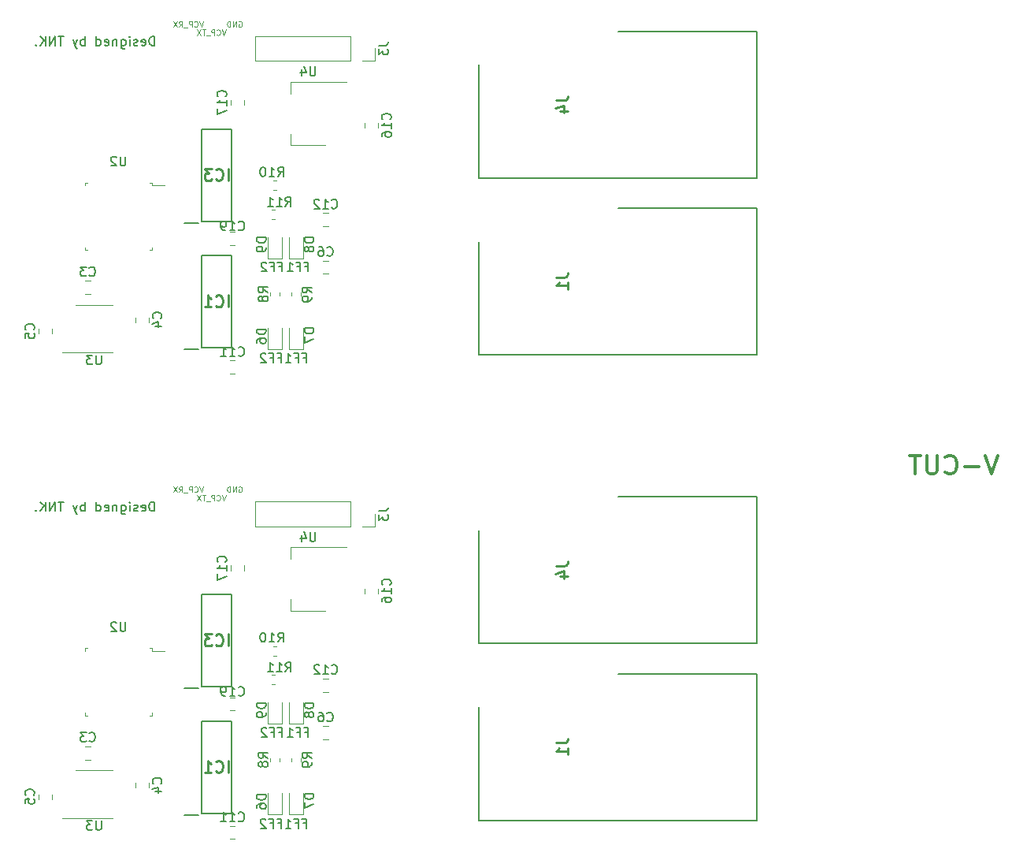
<source format=gbo>
G04 #@! TF.GenerationSoftware,KiCad,Pcbnew,(5.1.5)-3*
G04 #@! TF.CreationDate,2019-12-12T18:31:49+09:00*
G04 #@! TF.ProjectId,CAN_Dual_MDexpress,43414e5f-4475-4616-9c5f-4d4465787072,rev?*
G04 #@! TF.SameCoordinates,Original*
G04 #@! TF.FileFunction,Legend,Bot*
G04 #@! TF.FilePolarity,Positive*
%FSLAX46Y46*%
G04 Gerber Fmt 4.6, Leading zero omitted, Abs format (unit mm)*
G04 Created by KiCad (PCBNEW (5.1.5)-3) date 2019-12-12 18:31:49*
%MOMM*%
%LPD*%
G04 APERTURE LIST*
%ADD10C,0.100000*%
%ADD11C,0.150000*%
%ADD12C,0.300000*%
%ADD13C,0.120000*%
%ADD14C,0.200000*%
%ADD15C,0.254000*%
G04 APERTURE END LIST*
D10*
X134290485Y-42269828D02*
X134090485Y-42869828D01*
X133890485Y-42269828D01*
X133347628Y-42812685D02*
X133376200Y-42841257D01*
X133461914Y-42869828D01*
X133519057Y-42869828D01*
X133604771Y-42841257D01*
X133661914Y-42784114D01*
X133690485Y-42726971D01*
X133719057Y-42612685D01*
X133719057Y-42526971D01*
X133690485Y-42412685D01*
X133661914Y-42355542D01*
X133604771Y-42298400D01*
X133519057Y-42269828D01*
X133461914Y-42269828D01*
X133376200Y-42298400D01*
X133347628Y-42326971D01*
X133090485Y-42869828D02*
X133090485Y-42269828D01*
X132861914Y-42269828D01*
X132804771Y-42298400D01*
X132776200Y-42326971D01*
X132747628Y-42384114D01*
X132747628Y-42469828D01*
X132776200Y-42526971D01*
X132804771Y-42555542D01*
X132861914Y-42584114D01*
X133090485Y-42584114D01*
X132633342Y-42926971D02*
X132176200Y-42926971D01*
X131690485Y-42869828D02*
X131890485Y-42584114D01*
X132033342Y-42869828D02*
X132033342Y-42269828D01*
X131804771Y-42269828D01*
X131747628Y-42298400D01*
X131719057Y-42326971D01*
X131690485Y-42384114D01*
X131690485Y-42469828D01*
X131719057Y-42526971D01*
X131747628Y-42555542D01*
X131804771Y-42584114D01*
X132033342Y-42584114D01*
X131490485Y-42269828D02*
X131090485Y-42869828D01*
X131090485Y-42269828D02*
X131490485Y-42869828D01*
D11*
X142439904Y-68626571D02*
X142773238Y-68626571D01*
X142773238Y-69150380D02*
X142773238Y-68150380D01*
X142297047Y-68150380D01*
X141582761Y-68626571D02*
X141916095Y-68626571D01*
X141916095Y-69150380D02*
X141916095Y-68150380D01*
X141439904Y-68150380D01*
X141106571Y-68245619D02*
X141058952Y-68198000D01*
X140963714Y-68150380D01*
X140725619Y-68150380D01*
X140630380Y-68198000D01*
X140582761Y-68245619D01*
X140535142Y-68340857D01*
X140535142Y-68436095D01*
X140582761Y-68578952D01*
X141154190Y-69150380D01*
X140535142Y-69150380D01*
X142361904Y-78428571D02*
X142695238Y-78428571D01*
X142695238Y-78952380D02*
X142695238Y-77952380D01*
X142219047Y-77952380D01*
X141504761Y-78428571D02*
X141838095Y-78428571D01*
X141838095Y-78952380D02*
X141838095Y-77952380D01*
X141361904Y-77952380D01*
X141028571Y-78047619D02*
X140980952Y-78000000D01*
X140885714Y-77952380D01*
X140647619Y-77952380D01*
X140552380Y-78000000D01*
X140504761Y-78047619D01*
X140457142Y-78142857D01*
X140457142Y-78238095D01*
X140504761Y-78380952D01*
X141076190Y-78952380D01*
X140457142Y-78952380D01*
D10*
X138133342Y-42298400D02*
X138190485Y-42269828D01*
X138276200Y-42269828D01*
X138361914Y-42298400D01*
X138419057Y-42355542D01*
X138447628Y-42412685D01*
X138476200Y-42526971D01*
X138476200Y-42612685D01*
X138447628Y-42726971D01*
X138419057Y-42784114D01*
X138361914Y-42841257D01*
X138276200Y-42869828D01*
X138219057Y-42869828D01*
X138133342Y-42841257D01*
X138104771Y-42812685D01*
X138104771Y-42612685D01*
X138219057Y-42612685D01*
X137847628Y-42869828D02*
X137847628Y-42269828D01*
X137504771Y-42869828D01*
X137504771Y-42269828D01*
X137219057Y-42869828D02*
X137219057Y-42269828D01*
X137076200Y-42269828D01*
X136990485Y-42298400D01*
X136933342Y-42355542D01*
X136904771Y-42412685D01*
X136876200Y-42526971D01*
X136876200Y-42612685D01*
X136904771Y-42726971D01*
X136933342Y-42784114D01*
X136990485Y-42841257D01*
X137076200Y-42869828D01*
X137219057Y-42869828D01*
D11*
X145261904Y-68626571D02*
X145595238Y-68626571D01*
X145595238Y-69150380D02*
X145595238Y-68150380D01*
X145119047Y-68150380D01*
X144404761Y-68626571D02*
X144738095Y-68626571D01*
X144738095Y-69150380D02*
X144738095Y-68150380D01*
X144261904Y-68150380D01*
X143357142Y-69150380D02*
X143928571Y-69150380D01*
X143642857Y-69150380D02*
X143642857Y-68150380D01*
X143738095Y-68293238D01*
X143833333Y-68388476D01*
X143928571Y-68436095D01*
X129057142Y-44902380D02*
X129057142Y-43902380D01*
X128819047Y-43902380D01*
X128676190Y-43950000D01*
X128580952Y-44045238D01*
X128533333Y-44140476D01*
X128485714Y-44330952D01*
X128485714Y-44473809D01*
X128533333Y-44664285D01*
X128580952Y-44759523D01*
X128676190Y-44854761D01*
X128819047Y-44902380D01*
X129057142Y-44902380D01*
X127676190Y-44854761D02*
X127771428Y-44902380D01*
X127961904Y-44902380D01*
X128057142Y-44854761D01*
X128104761Y-44759523D01*
X128104761Y-44378571D01*
X128057142Y-44283333D01*
X127961904Y-44235714D01*
X127771428Y-44235714D01*
X127676190Y-44283333D01*
X127628571Y-44378571D01*
X127628571Y-44473809D01*
X128104761Y-44569047D01*
X127247619Y-44854761D02*
X127152380Y-44902380D01*
X126961904Y-44902380D01*
X126866666Y-44854761D01*
X126819047Y-44759523D01*
X126819047Y-44711904D01*
X126866666Y-44616666D01*
X126961904Y-44569047D01*
X127104761Y-44569047D01*
X127200000Y-44521428D01*
X127247619Y-44426190D01*
X127247619Y-44378571D01*
X127200000Y-44283333D01*
X127104761Y-44235714D01*
X126961904Y-44235714D01*
X126866666Y-44283333D01*
X126390476Y-44902380D02*
X126390476Y-44235714D01*
X126390476Y-43902380D02*
X126438095Y-43950000D01*
X126390476Y-43997619D01*
X126342857Y-43950000D01*
X126390476Y-43902380D01*
X126390476Y-43997619D01*
X125485714Y-44235714D02*
X125485714Y-45045238D01*
X125533333Y-45140476D01*
X125580952Y-45188095D01*
X125676190Y-45235714D01*
X125819047Y-45235714D01*
X125914285Y-45188095D01*
X125485714Y-44854761D02*
X125580952Y-44902380D01*
X125771428Y-44902380D01*
X125866666Y-44854761D01*
X125914285Y-44807142D01*
X125961904Y-44711904D01*
X125961904Y-44426190D01*
X125914285Y-44330952D01*
X125866666Y-44283333D01*
X125771428Y-44235714D01*
X125580952Y-44235714D01*
X125485714Y-44283333D01*
X125009523Y-44235714D02*
X125009523Y-44902380D01*
X125009523Y-44330952D02*
X124961904Y-44283333D01*
X124866666Y-44235714D01*
X124723809Y-44235714D01*
X124628571Y-44283333D01*
X124580952Y-44378571D01*
X124580952Y-44902380D01*
X123723809Y-44854761D02*
X123819047Y-44902380D01*
X124009523Y-44902380D01*
X124104761Y-44854761D01*
X124152380Y-44759523D01*
X124152380Y-44378571D01*
X124104761Y-44283333D01*
X124009523Y-44235714D01*
X123819047Y-44235714D01*
X123723809Y-44283333D01*
X123676190Y-44378571D01*
X123676190Y-44473809D01*
X124152380Y-44569047D01*
X122819047Y-44902380D02*
X122819047Y-43902380D01*
X122819047Y-44854761D02*
X122914285Y-44902380D01*
X123104761Y-44902380D01*
X123200000Y-44854761D01*
X123247619Y-44807142D01*
X123295238Y-44711904D01*
X123295238Y-44426190D01*
X123247619Y-44330952D01*
X123200000Y-44283333D01*
X123104761Y-44235714D01*
X122914285Y-44235714D01*
X122819047Y-44283333D01*
X121580952Y-44902380D02*
X121580952Y-43902380D01*
X121580952Y-44283333D02*
X121485714Y-44235714D01*
X121295238Y-44235714D01*
X121200000Y-44283333D01*
X121152380Y-44330952D01*
X121104761Y-44426190D01*
X121104761Y-44711904D01*
X121152380Y-44807142D01*
X121200000Y-44854761D01*
X121295238Y-44902380D01*
X121485714Y-44902380D01*
X121580952Y-44854761D01*
X120771428Y-44235714D02*
X120533333Y-44902380D01*
X120295238Y-44235714D02*
X120533333Y-44902380D01*
X120628571Y-45140476D01*
X120676190Y-45188095D01*
X120771428Y-45235714D01*
X119295238Y-43902380D02*
X118723809Y-43902380D01*
X119009523Y-44902380D02*
X119009523Y-43902380D01*
X118390476Y-44902380D02*
X118390476Y-43902380D01*
X117819047Y-44902380D01*
X117819047Y-43902380D01*
X117342857Y-44902380D02*
X117342857Y-43902380D01*
X116771428Y-44902380D02*
X117200000Y-44330952D01*
X116771428Y-43902380D02*
X117342857Y-44473809D01*
X116342857Y-44807142D02*
X116295238Y-44854761D01*
X116342857Y-44902380D01*
X116390476Y-44854761D01*
X116342857Y-44807142D01*
X116342857Y-44902380D01*
X145061904Y-78428571D02*
X145395238Y-78428571D01*
X145395238Y-78952380D02*
X145395238Y-77952380D01*
X144919047Y-77952380D01*
X144204761Y-78428571D02*
X144538095Y-78428571D01*
X144538095Y-78952380D02*
X144538095Y-77952380D01*
X144061904Y-77952380D01*
X143157142Y-78952380D02*
X143728571Y-78952380D01*
X143442857Y-78952380D02*
X143442857Y-77952380D01*
X143538095Y-78095238D01*
X143633333Y-78190476D01*
X143728571Y-78238095D01*
D10*
X136719057Y-43169828D02*
X136519057Y-43769828D01*
X136319057Y-43169828D01*
X135776200Y-43712685D02*
X135804771Y-43741257D01*
X135890485Y-43769828D01*
X135947628Y-43769828D01*
X136033342Y-43741257D01*
X136090485Y-43684114D01*
X136119057Y-43626971D01*
X136147628Y-43512685D01*
X136147628Y-43426971D01*
X136119057Y-43312685D01*
X136090485Y-43255542D01*
X136033342Y-43198400D01*
X135947628Y-43169828D01*
X135890485Y-43169828D01*
X135804771Y-43198400D01*
X135776200Y-43226971D01*
X135519057Y-43769828D02*
X135519057Y-43169828D01*
X135290485Y-43169828D01*
X135233342Y-43198400D01*
X135204771Y-43226971D01*
X135176200Y-43284114D01*
X135176200Y-43369828D01*
X135204771Y-43426971D01*
X135233342Y-43455542D01*
X135290485Y-43484114D01*
X135519057Y-43484114D01*
X135061914Y-43826971D02*
X134604771Y-43826971D01*
X134547628Y-43169828D02*
X134204771Y-43169828D01*
X134376200Y-43769828D02*
X134376200Y-43169828D01*
X134061914Y-43169828D02*
X133661914Y-43769828D01*
X133661914Y-43169828D02*
X134061914Y-43769828D01*
D12*
X219714285Y-88904761D02*
X219047619Y-90904761D01*
X218380952Y-88904761D01*
X217714285Y-90142857D02*
X216190476Y-90142857D01*
X214095238Y-90714285D02*
X214190476Y-90809523D01*
X214476190Y-90904761D01*
X214666666Y-90904761D01*
X214952380Y-90809523D01*
X215142857Y-90619047D01*
X215238095Y-90428571D01*
X215333333Y-90047619D01*
X215333333Y-89761904D01*
X215238095Y-89380952D01*
X215142857Y-89190476D01*
X214952380Y-89000000D01*
X214666666Y-88904761D01*
X214476190Y-88904761D01*
X214190476Y-89000000D01*
X214095238Y-89095238D01*
X213238095Y-88904761D02*
X213238095Y-90523809D01*
X213142857Y-90714285D01*
X213047619Y-90809523D01*
X212857142Y-90904761D01*
X212476190Y-90904761D01*
X212285714Y-90809523D01*
X212190476Y-90714285D01*
X212095238Y-90523809D01*
X212095238Y-88904761D01*
X211428571Y-88904761D02*
X210285714Y-88904761D01*
X210857142Y-90904761D02*
X210857142Y-88904761D01*
D11*
X129057142Y-94902380D02*
X129057142Y-93902380D01*
X128819047Y-93902380D01*
X128676190Y-93950000D01*
X128580952Y-94045238D01*
X128533333Y-94140476D01*
X128485714Y-94330952D01*
X128485714Y-94473809D01*
X128533333Y-94664285D01*
X128580952Y-94759523D01*
X128676190Y-94854761D01*
X128819047Y-94902380D01*
X129057142Y-94902380D01*
X127676190Y-94854761D02*
X127771428Y-94902380D01*
X127961904Y-94902380D01*
X128057142Y-94854761D01*
X128104761Y-94759523D01*
X128104761Y-94378571D01*
X128057142Y-94283333D01*
X127961904Y-94235714D01*
X127771428Y-94235714D01*
X127676190Y-94283333D01*
X127628571Y-94378571D01*
X127628571Y-94473809D01*
X128104761Y-94569047D01*
X127247619Y-94854761D02*
X127152380Y-94902380D01*
X126961904Y-94902380D01*
X126866666Y-94854761D01*
X126819047Y-94759523D01*
X126819047Y-94711904D01*
X126866666Y-94616666D01*
X126961904Y-94569047D01*
X127104761Y-94569047D01*
X127200000Y-94521428D01*
X127247619Y-94426190D01*
X127247619Y-94378571D01*
X127200000Y-94283333D01*
X127104761Y-94235714D01*
X126961904Y-94235714D01*
X126866666Y-94283333D01*
X126390476Y-94902380D02*
X126390476Y-94235714D01*
X126390476Y-93902380D02*
X126438095Y-93950000D01*
X126390476Y-93997619D01*
X126342857Y-93950000D01*
X126390476Y-93902380D01*
X126390476Y-93997619D01*
X125485714Y-94235714D02*
X125485714Y-95045238D01*
X125533333Y-95140476D01*
X125580952Y-95188095D01*
X125676190Y-95235714D01*
X125819047Y-95235714D01*
X125914285Y-95188095D01*
X125485714Y-94854761D02*
X125580952Y-94902380D01*
X125771428Y-94902380D01*
X125866666Y-94854761D01*
X125914285Y-94807142D01*
X125961904Y-94711904D01*
X125961904Y-94426190D01*
X125914285Y-94330952D01*
X125866666Y-94283333D01*
X125771428Y-94235714D01*
X125580952Y-94235714D01*
X125485714Y-94283333D01*
X125009523Y-94235714D02*
X125009523Y-94902380D01*
X125009523Y-94330952D02*
X124961904Y-94283333D01*
X124866666Y-94235714D01*
X124723809Y-94235714D01*
X124628571Y-94283333D01*
X124580952Y-94378571D01*
X124580952Y-94902380D01*
X123723809Y-94854761D02*
X123819047Y-94902380D01*
X124009523Y-94902380D01*
X124104761Y-94854761D01*
X124152380Y-94759523D01*
X124152380Y-94378571D01*
X124104761Y-94283333D01*
X124009523Y-94235714D01*
X123819047Y-94235714D01*
X123723809Y-94283333D01*
X123676190Y-94378571D01*
X123676190Y-94473809D01*
X124152380Y-94569047D01*
X122819047Y-94902380D02*
X122819047Y-93902380D01*
X122819047Y-94854761D02*
X122914285Y-94902380D01*
X123104761Y-94902380D01*
X123200000Y-94854761D01*
X123247619Y-94807142D01*
X123295238Y-94711904D01*
X123295238Y-94426190D01*
X123247619Y-94330952D01*
X123200000Y-94283333D01*
X123104761Y-94235714D01*
X122914285Y-94235714D01*
X122819047Y-94283333D01*
X121580952Y-94902380D02*
X121580952Y-93902380D01*
X121580952Y-94283333D02*
X121485714Y-94235714D01*
X121295238Y-94235714D01*
X121200000Y-94283333D01*
X121152380Y-94330952D01*
X121104761Y-94426190D01*
X121104761Y-94711904D01*
X121152380Y-94807142D01*
X121200000Y-94854761D01*
X121295238Y-94902380D01*
X121485714Y-94902380D01*
X121580952Y-94854761D01*
X120771428Y-94235714D02*
X120533333Y-94902380D01*
X120295238Y-94235714D02*
X120533333Y-94902380D01*
X120628571Y-95140476D01*
X120676190Y-95188095D01*
X120771428Y-95235714D01*
X119295238Y-93902380D02*
X118723809Y-93902380D01*
X119009523Y-94902380D02*
X119009523Y-93902380D01*
X118390476Y-94902380D02*
X118390476Y-93902380D01*
X117819047Y-94902380D01*
X117819047Y-93902380D01*
X117342857Y-94902380D02*
X117342857Y-93902380D01*
X116771428Y-94902380D02*
X117200000Y-94330952D01*
X116771428Y-93902380D02*
X117342857Y-94473809D01*
X116342857Y-94807142D02*
X116295238Y-94854761D01*
X116342857Y-94902380D01*
X116390476Y-94854761D01*
X116342857Y-94807142D01*
X116342857Y-94902380D01*
D10*
X138133342Y-92298400D02*
X138190485Y-92269828D01*
X138276200Y-92269828D01*
X138361914Y-92298400D01*
X138419057Y-92355542D01*
X138447628Y-92412685D01*
X138476200Y-92526971D01*
X138476200Y-92612685D01*
X138447628Y-92726971D01*
X138419057Y-92784114D01*
X138361914Y-92841257D01*
X138276200Y-92869828D01*
X138219057Y-92869828D01*
X138133342Y-92841257D01*
X138104771Y-92812685D01*
X138104771Y-92612685D01*
X138219057Y-92612685D01*
X137847628Y-92869828D02*
X137847628Y-92269828D01*
X137504771Y-92869828D01*
X137504771Y-92269828D01*
X137219057Y-92869828D02*
X137219057Y-92269828D01*
X137076200Y-92269828D01*
X136990485Y-92298400D01*
X136933342Y-92355542D01*
X136904771Y-92412685D01*
X136876200Y-92526971D01*
X136876200Y-92612685D01*
X136904771Y-92726971D01*
X136933342Y-92784114D01*
X136990485Y-92841257D01*
X137076200Y-92869828D01*
X137219057Y-92869828D01*
X134290485Y-92269828D02*
X134090485Y-92869828D01*
X133890485Y-92269828D01*
X133347628Y-92812685D02*
X133376200Y-92841257D01*
X133461914Y-92869828D01*
X133519057Y-92869828D01*
X133604771Y-92841257D01*
X133661914Y-92784114D01*
X133690485Y-92726971D01*
X133719057Y-92612685D01*
X133719057Y-92526971D01*
X133690485Y-92412685D01*
X133661914Y-92355542D01*
X133604771Y-92298400D01*
X133519057Y-92269828D01*
X133461914Y-92269828D01*
X133376200Y-92298400D01*
X133347628Y-92326971D01*
X133090485Y-92869828D02*
X133090485Y-92269828D01*
X132861914Y-92269828D01*
X132804771Y-92298400D01*
X132776200Y-92326971D01*
X132747628Y-92384114D01*
X132747628Y-92469828D01*
X132776200Y-92526971D01*
X132804771Y-92555542D01*
X132861914Y-92584114D01*
X133090485Y-92584114D01*
X132633342Y-92926971D02*
X132176200Y-92926971D01*
X131690485Y-92869828D02*
X131890485Y-92584114D01*
X132033342Y-92869828D02*
X132033342Y-92269828D01*
X131804771Y-92269828D01*
X131747628Y-92298400D01*
X131719057Y-92326971D01*
X131690485Y-92384114D01*
X131690485Y-92469828D01*
X131719057Y-92526971D01*
X131747628Y-92555542D01*
X131804771Y-92584114D01*
X132033342Y-92584114D01*
X131490485Y-92269828D02*
X131090485Y-92869828D01*
X131090485Y-92269828D02*
X131490485Y-92869828D01*
X136719057Y-93169828D02*
X136519057Y-93769828D01*
X136319057Y-93169828D01*
X135776200Y-93712685D02*
X135804771Y-93741257D01*
X135890485Y-93769828D01*
X135947628Y-93769828D01*
X136033342Y-93741257D01*
X136090485Y-93684114D01*
X136119057Y-93626971D01*
X136147628Y-93512685D01*
X136147628Y-93426971D01*
X136119057Y-93312685D01*
X136090485Y-93255542D01*
X136033342Y-93198400D01*
X135947628Y-93169828D01*
X135890485Y-93169828D01*
X135804771Y-93198400D01*
X135776200Y-93226971D01*
X135519057Y-93769828D02*
X135519057Y-93169828D01*
X135290485Y-93169828D01*
X135233342Y-93198400D01*
X135204771Y-93226971D01*
X135176200Y-93284114D01*
X135176200Y-93369828D01*
X135204771Y-93426971D01*
X135233342Y-93455542D01*
X135290485Y-93484114D01*
X135519057Y-93484114D01*
X135061914Y-93826971D02*
X134604771Y-93826971D01*
X134547628Y-93169828D02*
X134204771Y-93169828D01*
X134376200Y-93769828D02*
X134376200Y-93169828D01*
X134061914Y-93169828D02*
X133661914Y-93769828D01*
X133661914Y-93169828D02*
X134061914Y-93769828D01*
D11*
X145261904Y-118626571D02*
X145595238Y-118626571D01*
X145595238Y-119150380D02*
X145595238Y-118150380D01*
X145119047Y-118150380D01*
X144404761Y-118626571D02*
X144738095Y-118626571D01*
X144738095Y-119150380D02*
X144738095Y-118150380D01*
X144261904Y-118150380D01*
X143357142Y-119150380D02*
X143928571Y-119150380D01*
X143642857Y-119150380D02*
X143642857Y-118150380D01*
X143738095Y-118293238D01*
X143833333Y-118388476D01*
X143928571Y-118436095D01*
X142439904Y-118626571D02*
X142773238Y-118626571D01*
X142773238Y-119150380D02*
X142773238Y-118150380D01*
X142297047Y-118150380D01*
X141582761Y-118626571D02*
X141916095Y-118626571D01*
X141916095Y-119150380D02*
X141916095Y-118150380D01*
X141439904Y-118150380D01*
X141106571Y-118245619D02*
X141058952Y-118198000D01*
X140963714Y-118150380D01*
X140725619Y-118150380D01*
X140630380Y-118198000D01*
X140582761Y-118245619D01*
X140535142Y-118340857D01*
X140535142Y-118436095D01*
X140582761Y-118578952D01*
X141154190Y-119150380D01*
X140535142Y-119150380D01*
X142361904Y-128428571D02*
X142695238Y-128428571D01*
X142695238Y-128952380D02*
X142695238Y-127952380D01*
X142219047Y-127952380D01*
X141504761Y-128428571D02*
X141838095Y-128428571D01*
X141838095Y-128952380D02*
X141838095Y-127952380D01*
X141361904Y-127952380D01*
X141028571Y-128047619D02*
X140980952Y-128000000D01*
X140885714Y-127952380D01*
X140647619Y-127952380D01*
X140552380Y-128000000D01*
X140504761Y-128047619D01*
X140457142Y-128142857D01*
X140457142Y-128238095D01*
X140504761Y-128380952D01*
X141076190Y-128952380D01*
X140457142Y-128952380D01*
X145061904Y-128428571D02*
X145395238Y-128428571D01*
X145395238Y-128952380D02*
X145395238Y-127952380D01*
X144919047Y-127952380D01*
X144204761Y-128428571D02*
X144538095Y-128428571D01*
X144538095Y-128952380D02*
X144538095Y-127952380D01*
X144061904Y-127952380D01*
X143157142Y-128952380D02*
X143728571Y-128952380D01*
X143442857Y-128952380D02*
X143442857Y-127952380D01*
X143538095Y-128095238D01*
X143633333Y-128190476D01*
X143728571Y-128238095D01*
D13*
X128448000Y-74596078D02*
X128448000Y-74078922D01*
X127028000Y-74596078D02*
X127028000Y-74078922D01*
X147721078Y-69410000D02*
X147203922Y-69410000D01*
X147721078Y-67990000D02*
X147203922Y-67990000D01*
X147721078Y-64310000D02*
X147203922Y-64310000D01*
X147721078Y-62890000D02*
X147203922Y-62890000D01*
X122154578Y-71576000D02*
X121637422Y-71576000D01*
X122154578Y-70156000D02*
X121637422Y-70156000D01*
X137203922Y-78690000D02*
X137721078Y-78690000D01*
X137203922Y-80110000D02*
X137721078Y-80110000D01*
D14*
X132289000Y-77510000D02*
X133789000Y-77510000D01*
X134139000Y-67440000D02*
X134139000Y-77340000D01*
X137339000Y-67440000D02*
X134139000Y-67440000D01*
X137339000Y-77340000D02*
X137339000Y-67440000D01*
X134139000Y-77340000D02*
X137339000Y-77340000D01*
D13*
X141824721Y-60410000D02*
X142150279Y-60410000D01*
X141824721Y-59390000D02*
X142150279Y-59390000D01*
X137721078Y-66310000D02*
X137203922Y-66310000D01*
X137721078Y-64890000D02*
X137203922Y-64890000D01*
D14*
X132289000Y-63921000D02*
X133789000Y-63921000D01*
X134139000Y-53851000D02*
X134139000Y-63751000D01*
X137339000Y-53851000D02*
X134139000Y-53851000D01*
X137339000Y-63751000D02*
X137339000Y-53851000D01*
X134139000Y-63751000D02*
X137339000Y-63751000D01*
D13*
X118010000Y-75821078D02*
X118010000Y-75303922D01*
X116590000Y-75821078D02*
X116590000Y-75303922D01*
X141649721Y-63510000D02*
X141975279Y-63510000D01*
X141649721Y-62490000D02*
X141975279Y-62490000D01*
X141490000Y-71424721D02*
X141490000Y-71750279D01*
X142510000Y-71424721D02*
X142510000Y-71750279D01*
X121888000Y-66856000D02*
X121588000Y-66856000D01*
X121588000Y-66856000D02*
X121588000Y-66556000D01*
X128508000Y-66856000D02*
X128808000Y-66856000D01*
X128808000Y-66856000D02*
X128808000Y-66556000D01*
X121888000Y-59636000D02*
X121588000Y-59636000D01*
X121588000Y-59636000D02*
X121588000Y-59936000D01*
X128508000Y-59636000D02*
X128808000Y-59636000D01*
X128808000Y-59636000D02*
X128808000Y-59936000D01*
X128808000Y-59936000D02*
X130123000Y-59936000D01*
X143790000Y-71437221D02*
X143790000Y-71762779D01*
X144810000Y-71437221D02*
X144810000Y-71762779D01*
X122575000Y-72740000D02*
X124525000Y-72740000D01*
X122575000Y-72740000D02*
X120625000Y-72740000D01*
X122575000Y-77860000D02*
X124525000Y-77860000D01*
X122575000Y-77860000D02*
X119125000Y-77860000D01*
X142735000Y-75187500D02*
X142735000Y-77472500D01*
X142735000Y-77472500D02*
X141265000Y-77472500D01*
X141265000Y-77472500D02*
X141265000Y-75187500D01*
X145035000Y-65450000D02*
X145035000Y-67735000D01*
X145035000Y-67735000D02*
X143565000Y-67735000D01*
X143565000Y-67735000D02*
X143565000Y-65450000D01*
X145035000Y-75187500D02*
X145035000Y-77472500D01*
X145035000Y-77472500D02*
X143565000Y-77472500D01*
X143565000Y-77472500D02*
X143565000Y-75187500D01*
D14*
X163900000Y-46950000D02*
X163900000Y-59103000D01*
X163900000Y-59103000D02*
X193864000Y-59100000D01*
X193864000Y-59100000D02*
X193850000Y-43350000D01*
X193860000Y-43350000D02*
X178900000Y-43368000D01*
D13*
X142735000Y-65450000D02*
X142735000Y-67735000D01*
X142735000Y-67735000D02*
X141265000Y-67735000D01*
X141265000Y-67735000D02*
X141265000Y-65450000D01*
D14*
X163900000Y-65950000D02*
X163900000Y-78103000D01*
X163900000Y-78103000D02*
X193864000Y-78100000D01*
X193864000Y-78100000D02*
X193850000Y-62350000D01*
X193860000Y-62350000D02*
X178900000Y-62368000D01*
D13*
X139920800Y-46530000D02*
X139920800Y-43870000D01*
X150140800Y-46530000D02*
X139920800Y-46530000D01*
X150140800Y-43870000D02*
X139920800Y-43870000D01*
X150140800Y-46530000D02*
X150140800Y-43870000D01*
X151410800Y-46530000D02*
X152740800Y-46530000D01*
X152740800Y-46530000D02*
X152740800Y-45200000D01*
X149700000Y-48790000D02*
X143690000Y-48790000D01*
X147450000Y-55610000D02*
X143690000Y-55610000D01*
X143690000Y-48790000D02*
X143690000Y-50050000D01*
X143690000Y-55610000D02*
X143690000Y-54350000D01*
X153110000Y-53721078D02*
X153110000Y-53203922D01*
X151690000Y-53721078D02*
X151690000Y-53203922D01*
X137290000Y-50741422D02*
X137290000Y-51258578D01*
X138710000Y-50741422D02*
X138710000Y-51258578D01*
X143690000Y-105610000D02*
X143690000Y-104350000D01*
X143690000Y-98790000D02*
X143690000Y-100050000D01*
X147450000Y-105610000D02*
X143690000Y-105610000D01*
X149700000Y-98790000D02*
X143690000Y-98790000D01*
X138710000Y-100741422D02*
X138710000Y-101258578D01*
X137290000Y-100741422D02*
X137290000Y-101258578D01*
X151690000Y-103721078D02*
X151690000Y-103203922D01*
X153110000Y-103721078D02*
X153110000Y-103203922D01*
X152740800Y-96530000D02*
X152740800Y-95200000D01*
X151410800Y-96530000D02*
X152740800Y-96530000D01*
X150140800Y-96530000D02*
X150140800Y-93870000D01*
X150140800Y-93870000D02*
X139920800Y-93870000D01*
X150140800Y-96530000D02*
X139920800Y-96530000D01*
X139920800Y-96530000D02*
X139920800Y-93870000D01*
D14*
X193860000Y-93350000D02*
X178900000Y-93368000D01*
X193864000Y-109100000D02*
X193850000Y-93350000D01*
X163900000Y-109103000D02*
X193864000Y-109100000D01*
X163900000Y-96950000D02*
X163900000Y-109103000D01*
X193860000Y-112350000D02*
X178900000Y-112368000D01*
X193864000Y-128100000D02*
X193850000Y-112350000D01*
X163900000Y-128103000D02*
X193864000Y-128100000D01*
X163900000Y-115950000D02*
X163900000Y-128103000D01*
D13*
X143565000Y-127472500D02*
X143565000Y-125187500D01*
X145035000Y-127472500D02*
X143565000Y-127472500D01*
X145035000Y-125187500D02*
X145035000Y-127472500D01*
X141265000Y-127472500D02*
X141265000Y-125187500D01*
X142735000Y-127472500D02*
X141265000Y-127472500D01*
X142735000Y-125187500D02*
X142735000Y-127472500D01*
X141265000Y-117735000D02*
X141265000Y-115450000D01*
X142735000Y-117735000D02*
X141265000Y-117735000D01*
X142735000Y-115450000D02*
X142735000Y-117735000D01*
X143565000Y-117735000D02*
X143565000Y-115450000D01*
X145035000Y-117735000D02*
X143565000Y-117735000D01*
X145035000Y-115450000D02*
X145035000Y-117735000D01*
X141649721Y-112490000D02*
X141975279Y-112490000D01*
X141649721Y-113510000D02*
X141975279Y-113510000D01*
X141824721Y-109390000D02*
X142150279Y-109390000D01*
X141824721Y-110410000D02*
X142150279Y-110410000D01*
X144810000Y-121437221D02*
X144810000Y-121762779D01*
X143790000Y-121437221D02*
X143790000Y-121762779D01*
X142510000Y-121424721D02*
X142510000Y-121750279D01*
X141490000Y-121424721D02*
X141490000Y-121750279D01*
X116590000Y-125821078D02*
X116590000Y-125303922D01*
X118010000Y-125821078D02*
X118010000Y-125303922D01*
X122575000Y-127860000D02*
X119125000Y-127860000D01*
X122575000Y-127860000D02*
X124525000Y-127860000D01*
X122575000Y-122740000D02*
X120625000Y-122740000D01*
X122575000Y-122740000D02*
X124525000Y-122740000D01*
X128808000Y-109936000D02*
X130123000Y-109936000D01*
X128808000Y-109636000D02*
X128808000Y-109936000D01*
X128508000Y-109636000D02*
X128808000Y-109636000D01*
X121588000Y-109636000D02*
X121588000Y-109936000D01*
X121888000Y-109636000D02*
X121588000Y-109636000D01*
X128808000Y-116856000D02*
X128808000Y-116556000D01*
X128508000Y-116856000D02*
X128808000Y-116856000D01*
X121588000Y-116856000D02*
X121588000Y-116556000D01*
X121888000Y-116856000D02*
X121588000Y-116856000D01*
D14*
X134139000Y-113751000D02*
X137339000Y-113751000D01*
X137339000Y-113751000D02*
X137339000Y-103851000D01*
X137339000Y-103851000D02*
X134139000Y-103851000D01*
X134139000Y-103851000D02*
X134139000Y-113751000D01*
X132289000Y-113921000D02*
X133789000Y-113921000D01*
X134139000Y-127340000D02*
X137339000Y-127340000D01*
X137339000Y-127340000D02*
X137339000Y-117440000D01*
X137339000Y-117440000D02*
X134139000Y-117440000D01*
X134139000Y-117440000D02*
X134139000Y-127340000D01*
X132289000Y-127510000D02*
X133789000Y-127510000D01*
D13*
X137721078Y-114890000D02*
X137203922Y-114890000D01*
X137721078Y-116310000D02*
X137203922Y-116310000D01*
X137203922Y-130110000D02*
X137721078Y-130110000D01*
X137203922Y-128690000D02*
X137721078Y-128690000D01*
X147721078Y-112890000D02*
X147203922Y-112890000D01*
X147721078Y-114310000D02*
X147203922Y-114310000D01*
X147721078Y-117990000D02*
X147203922Y-117990000D01*
X147721078Y-119410000D02*
X147203922Y-119410000D01*
X127028000Y-124596078D02*
X127028000Y-124078922D01*
X128448000Y-124596078D02*
X128448000Y-124078922D01*
X122154578Y-120156000D02*
X121637422Y-120156000D01*
X122154578Y-121576000D02*
X121637422Y-121576000D01*
D11*
X129745142Y-74170833D02*
X129792761Y-74123214D01*
X129840380Y-73980357D01*
X129840380Y-73885119D01*
X129792761Y-73742261D01*
X129697523Y-73647023D01*
X129602285Y-73599404D01*
X129411809Y-73551785D01*
X129268952Y-73551785D01*
X129078476Y-73599404D01*
X128983238Y-73647023D01*
X128888000Y-73742261D01*
X128840380Y-73885119D01*
X128840380Y-73980357D01*
X128888000Y-74123214D01*
X128935619Y-74170833D01*
X129173714Y-75027976D02*
X129840380Y-75027976D01*
X128792761Y-74789880D02*
X129507047Y-74551785D01*
X129507047Y-75170833D01*
X147629166Y-67407142D02*
X147676785Y-67454761D01*
X147819642Y-67502380D01*
X147914880Y-67502380D01*
X148057738Y-67454761D01*
X148152976Y-67359523D01*
X148200595Y-67264285D01*
X148248214Y-67073809D01*
X148248214Y-66930952D01*
X148200595Y-66740476D01*
X148152976Y-66645238D01*
X148057738Y-66550000D01*
X147914880Y-66502380D01*
X147819642Y-66502380D01*
X147676785Y-66550000D01*
X147629166Y-66597619D01*
X146772023Y-66502380D02*
X146962500Y-66502380D01*
X147057738Y-66550000D01*
X147105357Y-66597619D01*
X147200595Y-66740476D01*
X147248214Y-66930952D01*
X147248214Y-67311904D01*
X147200595Y-67407142D01*
X147152976Y-67454761D01*
X147057738Y-67502380D01*
X146867261Y-67502380D01*
X146772023Y-67454761D01*
X146724404Y-67407142D01*
X146676785Y-67311904D01*
X146676785Y-67073809D01*
X146724404Y-66978571D01*
X146772023Y-66930952D01*
X146867261Y-66883333D01*
X147057738Y-66883333D01*
X147152976Y-66930952D01*
X147200595Y-66978571D01*
X147248214Y-67073809D01*
X148105357Y-62307142D02*
X148152976Y-62354761D01*
X148295833Y-62402380D01*
X148391071Y-62402380D01*
X148533928Y-62354761D01*
X148629166Y-62259523D01*
X148676785Y-62164285D01*
X148724404Y-61973809D01*
X148724404Y-61830952D01*
X148676785Y-61640476D01*
X148629166Y-61545238D01*
X148533928Y-61450000D01*
X148391071Y-61402380D01*
X148295833Y-61402380D01*
X148152976Y-61450000D01*
X148105357Y-61497619D01*
X147152976Y-62402380D02*
X147724404Y-62402380D01*
X147438690Y-62402380D02*
X147438690Y-61402380D01*
X147533928Y-61545238D01*
X147629166Y-61640476D01*
X147724404Y-61688095D01*
X146772023Y-61497619D02*
X146724404Y-61450000D01*
X146629166Y-61402380D01*
X146391071Y-61402380D01*
X146295833Y-61450000D01*
X146248214Y-61497619D01*
X146200595Y-61592857D01*
X146200595Y-61688095D01*
X146248214Y-61830952D01*
X146819642Y-62402380D01*
X146200595Y-62402380D01*
X122062666Y-69573142D02*
X122110285Y-69620761D01*
X122253142Y-69668380D01*
X122348380Y-69668380D01*
X122491238Y-69620761D01*
X122586476Y-69525523D01*
X122634095Y-69430285D01*
X122681714Y-69239809D01*
X122681714Y-69096952D01*
X122634095Y-68906476D01*
X122586476Y-68811238D01*
X122491238Y-68716000D01*
X122348380Y-68668380D01*
X122253142Y-68668380D01*
X122110285Y-68716000D01*
X122062666Y-68763619D01*
X121729333Y-68668380D02*
X121110285Y-68668380D01*
X121443619Y-69049333D01*
X121300761Y-69049333D01*
X121205523Y-69096952D01*
X121157904Y-69144571D01*
X121110285Y-69239809D01*
X121110285Y-69477904D01*
X121157904Y-69573142D01*
X121205523Y-69620761D01*
X121300761Y-69668380D01*
X121586476Y-69668380D01*
X121681714Y-69620761D01*
X121729333Y-69573142D01*
X138105357Y-78151142D02*
X138152976Y-78198761D01*
X138295833Y-78246380D01*
X138391071Y-78246380D01*
X138533928Y-78198761D01*
X138629166Y-78103523D01*
X138676785Y-78008285D01*
X138724404Y-77817809D01*
X138724404Y-77674952D01*
X138676785Y-77484476D01*
X138629166Y-77389238D01*
X138533928Y-77294000D01*
X138391071Y-77246380D01*
X138295833Y-77246380D01*
X138152976Y-77294000D01*
X138105357Y-77341619D01*
X137152976Y-78246380D02*
X137724404Y-78246380D01*
X137438690Y-78246380D02*
X137438690Y-77246380D01*
X137533928Y-77389238D01*
X137629166Y-77484476D01*
X137724404Y-77532095D01*
X136200595Y-78246380D02*
X136772023Y-78246380D01*
X136486309Y-78246380D02*
X136486309Y-77246380D01*
X136581547Y-77389238D01*
X136676785Y-77484476D01*
X136772023Y-77532095D01*
D15*
X136978761Y-72964523D02*
X136978761Y-71694523D01*
X135648285Y-72843571D02*
X135708761Y-72904047D01*
X135890190Y-72964523D01*
X136011142Y-72964523D01*
X136192571Y-72904047D01*
X136313523Y-72783095D01*
X136374000Y-72662142D01*
X136434476Y-72420238D01*
X136434476Y-72238809D01*
X136374000Y-71996904D01*
X136313523Y-71875952D01*
X136192571Y-71755000D01*
X136011142Y-71694523D01*
X135890190Y-71694523D01*
X135708761Y-71755000D01*
X135648285Y-71815476D01*
X134438761Y-72964523D02*
X135164476Y-72964523D01*
X134801619Y-72964523D02*
X134801619Y-71694523D01*
X134922571Y-71875952D01*
X135043523Y-71996904D01*
X135164476Y-72057380D01*
D11*
X142342857Y-58952380D02*
X142676190Y-58476190D01*
X142914285Y-58952380D02*
X142914285Y-57952380D01*
X142533333Y-57952380D01*
X142438095Y-58000000D01*
X142390476Y-58047619D01*
X142342857Y-58142857D01*
X142342857Y-58285714D01*
X142390476Y-58380952D01*
X142438095Y-58428571D01*
X142533333Y-58476190D01*
X142914285Y-58476190D01*
X141390476Y-58952380D02*
X141961904Y-58952380D01*
X141676190Y-58952380D02*
X141676190Y-57952380D01*
X141771428Y-58095238D01*
X141866666Y-58190476D01*
X141961904Y-58238095D01*
X140771428Y-57952380D02*
X140676190Y-57952380D01*
X140580952Y-58000000D01*
X140533333Y-58047619D01*
X140485714Y-58142857D01*
X140438095Y-58333333D01*
X140438095Y-58571428D01*
X140485714Y-58761904D01*
X140533333Y-58857142D01*
X140580952Y-58904761D01*
X140676190Y-58952380D01*
X140771428Y-58952380D01*
X140866666Y-58904761D01*
X140914285Y-58857142D01*
X140961904Y-58761904D01*
X141009523Y-58571428D01*
X141009523Y-58333333D01*
X140961904Y-58142857D01*
X140914285Y-58047619D01*
X140866666Y-58000000D01*
X140771428Y-57952380D01*
X138105357Y-64657142D02*
X138152976Y-64704761D01*
X138295833Y-64752380D01*
X138391071Y-64752380D01*
X138533928Y-64704761D01*
X138629166Y-64609523D01*
X138676785Y-64514285D01*
X138724404Y-64323809D01*
X138724404Y-64180952D01*
X138676785Y-63990476D01*
X138629166Y-63895238D01*
X138533928Y-63800000D01*
X138391071Y-63752380D01*
X138295833Y-63752380D01*
X138152976Y-63800000D01*
X138105357Y-63847619D01*
X137152976Y-64752380D02*
X137724404Y-64752380D01*
X137438690Y-64752380D02*
X137438690Y-63752380D01*
X137533928Y-63895238D01*
X137629166Y-63990476D01*
X137724404Y-64038095D01*
X136676785Y-64752380D02*
X136486309Y-64752380D01*
X136391071Y-64704761D01*
X136343452Y-64657142D01*
X136248214Y-64514285D01*
X136200595Y-64323809D01*
X136200595Y-63942857D01*
X136248214Y-63847619D01*
X136295833Y-63800000D01*
X136391071Y-63752380D01*
X136581547Y-63752380D01*
X136676785Y-63800000D01*
X136724404Y-63847619D01*
X136772023Y-63942857D01*
X136772023Y-64180952D01*
X136724404Y-64276190D01*
X136676785Y-64323809D01*
X136581547Y-64371428D01*
X136391071Y-64371428D01*
X136295833Y-64323809D01*
X136248214Y-64276190D01*
X136200595Y-64180952D01*
D15*
X136978761Y-59375523D02*
X136978761Y-58105523D01*
X135648285Y-59254571D02*
X135708761Y-59315047D01*
X135890190Y-59375523D01*
X136011142Y-59375523D01*
X136192571Y-59315047D01*
X136313523Y-59194095D01*
X136374000Y-59073142D01*
X136434476Y-58831238D01*
X136434476Y-58649809D01*
X136374000Y-58407904D01*
X136313523Y-58286952D01*
X136192571Y-58166000D01*
X136011142Y-58105523D01*
X135890190Y-58105523D01*
X135708761Y-58166000D01*
X135648285Y-58226476D01*
X135224952Y-58105523D02*
X134438761Y-58105523D01*
X134862095Y-58589333D01*
X134680666Y-58589333D01*
X134559714Y-58649809D01*
X134499238Y-58710285D01*
X134438761Y-58831238D01*
X134438761Y-59133619D01*
X134499238Y-59254571D01*
X134559714Y-59315047D01*
X134680666Y-59375523D01*
X135043523Y-59375523D01*
X135164476Y-59315047D01*
X135224952Y-59254571D01*
D11*
X116057142Y-75395833D02*
X116104761Y-75348214D01*
X116152380Y-75205357D01*
X116152380Y-75110119D01*
X116104761Y-74967261D01*
X116009523Y-74872023D01*
X115914285Y-74824404D01*
X115723809Y-74776785D01*
X115580952Y-74776785D01*
X115390476Y-74824404D01*
X115295238Y-74872023D01*
X115200000Y-74967261D01*
X115152380Y-75110119D01*
X115152380Y-75205357D01*
X115200000Y-75348214D01*
X115247619Y-75395833D01*
X115152380Y-76300595D02*
X115152380Y-75824404D01*
X115628571Y-75776785D01*
X115580952Y-75824404D01*
X115533333Y-75919642D01*
X115533333Y-76157738D01*
X115580952Y-76252976D01*
X115628571Y-76300595D01*
X115723809Y-76348214D01*
X115961904Y-76348214D01*
X116057142Y-76300595D01*
X116104761Y-76252976D01*
X116152380Y-76157738D01*
X116152380Y-75919642D01*
X116104761Y-75824404D01*
X116057142Y-75776785D01*
X143142857Y-62152380D02*
X143476190Y-61676190D01*
X143714285Y-62152380D02*
X143714285Y-61152380D01*
X143333333Y-61152380D01*
X143238095Y-61200000D01*
X143190476Y-61247619D01*
X143142857Y-61342857D01*
X143142857Y-61485714D01*
X143190476Y-61580952D01*
X143238095Y-61628571D01*
X143333333Y-61676190D01*
X143714285Y-61676190D01*
X142190476Y-62152380D02*
X142761904Y-62152380D01*
X142476190Y-62152380D02*
X142476190Y-61152380D01*
X142571428Y-61295238D01*
X142666666Y-61390476D01*
X142761904Y-61438095D01*
X141238095Y-62152380D02*
X141809523Y-62152380D01*
X141523809Y-62152380D02*
X141523809Y-61152380D01*
X141619047Y-61295238D01*
X141714285Y-61390476D01*
X141809523Y-61438095D01*
X141252380Y-71420833D02*
X140776190Y-71087500D01*
X141252380Y-70849404D02*
X140252380Y-70849404D01*
X140252380Y-71230357D01*
X140300000Y-71325595D01*
X140347619Y-71373214D01*
X140442857Y-71420833D01*
X140585714Y-71420833D01*
X140680952Y-71373214D01*
X140728571Y-71325595D01*
X140776190Y-71230357D01*
X140776190Y-70849404D01*
X140680952Y-71992261D02*
X140633333Y-71897023D01*
X140585714Y-71849404D01*
X140490476Y-71801785D01*
X140442857Y-71801785D01*
X140347619Y-71849404D01*
X140300000Y-71897023D01*
X140252380Y-71992261D01*
X140252380Y-72182738D01*
X140300000Y-72277976D01*
X140347619Y-72325595D01*
X140442857Y-72373214D01*
X140490476Y-72373214D01*
X140585714Y-72325595D01*
X140633333Y-72277976D01*
X140680952Y-72182738D01*
X140680952Y-71992261D01*
X140728571Y-71897023D01*
X140776190Y-71849404D01*
X140871428Y-71801785D01*
X141061904Y-71801785D01*
X141157142Y-71849404D01*
X141204761Y-71897023D01*
X141252380Y-71992261D01*
X141252380Y-72182738D01*
X141204761Y-72277976D01*
X141157142Y-72325595D01*
X141061904Y-72373214D01*
X140871428Y-72373214D01*
X140776190Y-72325595D01*
X140728571Y-72277976D01*
X140680952Y-72182738D01*
X125959904Y-56818380D02*
X125959904Y-57627904D01*
X125912285Y-57723142D01*
X125864666Y-57770761D01*
X125769428Y-57818380D01*
X125578952Y-57818380D01*
X125483714Y-57770761D01*
X125436095Y-57723142D01*
X125388476Y-57627904D01*
X125388476Y-56818380D01*
X124959904Y-56913619D02*
X124912285Y-56866000D01*
X124817047Y-56818380D01*
X124578952Y-56818380D01*
X124483714Y-56866000D01*
X124436095Y-56913619D01*
X124388476Y-57008857D01*
X124388476Y-57104095D01*
X124436095Y-57246952D01*
X125007523Y-57818380D01*
X124388476Y-57818380D01*
X145952380Y-71433333D02*
X145476190Y-71100000D01*
X145952380Y-70861904D02*
X144952380Y-70861904D01*
X144952380Y-71242857D01*
X145000000Y-71338095D01*
X145047619Y-71385714D01*
X145142857Y-71433333D01*
X145285714Y-71433333D01*
X145380952Y-71385714D01*
X145428571Y-71338095D01*
X145476190Y-71242857D01*
X145476190Y-70861904D01*
X145952380Y-71909523D02*
X145952380Y-72100000D01*
X145904761Y-72195238D01*
X145857142Y-72242857D01*
X145714285Y-72338095D01*
X145523809Y-72385714D01*
X145142857Y-72385714D01*
X145047619Y-72338095D01*
X145000000Y-72290476D01*
X144952380Y-72195238D01*
X144952380Y-72004761D01*
X145000000Y-71909523D01*
X145047619Y-71861904D01*
X145142857Y-71814285D01*
X145380952Y-71814285D01*
X145476190Y-71861904D01*
X145523809Y-71909523D01*
X145571428Y-72004761D01*
X145571428Y-72195238D01*
X145523809Y-72290476D01*
X145476190Y-72338095D01*
X145380952Y-72385714D01*
X123336904Y-78152380D02*
X123336904Y-78961904D01*
X123289285Y-79057142D01*
X123241666Y-79104761D01*
X123146428Y-79152380D01*
X122955952Y-79152380D01*
X122860714Y-79104761D01*
X122813095Y-79057142D01*
X122765476Y-78961904D01*
X122765476Y-78152380D01*
X122384523Y-78152380D02*
X121765476Y-78152380D01*
X122098809Y-78533333D01*
X121955952Y-78533333D01*
X121860714Y-78580952D01*
X121813095Y-78628571D01*
X121765476Y-78723809D01*
X121765476Y-78961904D01*
X121813095Y-79057142D01*
X121860714Y-79104761D01*
X121955952Y-79152380D01*
X122241666Y-79152380D01*
X122336904Y-79104761D01*
X122384523Y-79057142D01*
X141052380Y-75361904D02*
X140052380Y-75361904D01*
X140052380Y-75600000D01*
X140100000Y-75742857D01*
X140195238Y-75838095D01*
X140290476Y-75885714D01*
X140480952Y-75933333D01*
X140623809Y-75933333D01*
X140814285Y-75885714D01*
X140909523Y-75838095D01*
X141004761Y-75742857D01*
X141052380Y-75600000D01*
X141052380Y-75361904D01*
X140052380Y-76790476D02*
X140052380Y-76600000D01*
X140100000Y-76504761D01*
X140147619Y-76457142D01*
X140290476Y-76361904D01*
X140480952Y-76314285D01*
X140861904Y-76314285D01*
X140957142Y-76361904D01*
X141004761Y-76409523D01*
X141052380Y-76504761D01*
X141052380Y-76695238D01*
X141004761Y-76790476D01*
X140957142Y-76838095D01*
X140861904Y-76885714D01*
X140623809Y-76885714D01*
X140528571Y-76838095D01*
X140480952Y-76790476D01*
X140433333Y-76695238D01*
X140433333Y-76504761D01*
X140480952Y-76409523D01*
X140528571Y-76361904D01*
X140623809Y-76314285D01*
X146182380Y-65511904D02*
X145182380Y-65511904D01*
X145182380Y-65750000D01*
X145230000Y-65892857D01*
X145325238Y-65988095D01*
X145420476Y-66035714D01*
X145610952Y-66083333D01*
X145753809Y-66083333D01*
X145944285Y-66035714D01*
X146039523Y-65988095D01*
X146134761Y-65892857D01*
X146182380Y-65750000D01*
X146182380Y-65511904D01*
X145610952Y-66654761D02*
X145563333Y-66559523D01*
X145515714Y-66511904D01*
X145420476Y-66464285D01*
X145372857Y-66464285D01*
X145277619Y-66511904D01*
X145230000Y-66559523D01*
X145182380Y-66654761D01*
X145182380Y-66845238D01*
X145230000Y-66940476D01*
X145277619Y-66988095D01*
X145372857Y-67035714D01*
X145420476Y-67035714D01*
X145515714Y-66988095D01*
X145563333Y-66940476D01*
X145610952Y-66845238D01*
X145610952Y-66654761D01*
X145658571Y-66559523D01*
X145706190Y-66511904D01*
X145801428Y-66464285D01*
X145991904Y-66464285D01*
X146087142Y-66511904D01*
X146134761Y-66559523D01*
X146182380Y-66654761D01*
X146182380Y-66845238D01*
X146134761Y-66940476D01*
X146087142Y-66988095D01*
X145991904Y-67035714D01*
X145801428Y-67035714D01*
X145706190Y-66988095D01*
X145658571Y-66940476D01*
X145610952Y-66845238D01*
X146182380Y-75249404D02*
X145182380Y-75249404D01*
X145182380Y-75487500D01*
X145230000Y-75630357D01*
X145325238Y-75725595D01*
X145420476Y-75773214D01*
X145610952Y-75820833D01*
X145753809Y-75820833D01*
X145944285Y-75773214D01*
X146039523Y-75725595D01*
X146134761Y-75630357D01*
X146182380Y-75487500D01*
X146182380Y-75249404D01*
X145182380Y-76154166D02*
X145182380Y-76820833D01*
X146182380Y-76392261D01*
D15*
X172204523Y-50776666D02*
X173111666Y-50776666D01*
X173293095Y-50716190D01*
X173414047Y-50595238D01*
X173474523Y-50413809D01*
X173474523Y-50292857D01*
X172627857Y-51925714D02*
X173474523Y-51925714D01*
X172144047Y-51623333D02*
X173051190Y-51320952D01*
X173051190Y-52107142D01*
D11*
X141052380Y-65511904D02*
X140052380Y-65511904D01*
X140052380Y-65750000D01*
X140100000Y-65892857D01*
X140195238Y-65988095D01*
X140290476Y-66035714D01*
X140480952Y-66083333D01*
X140623809Y-66083333D01*
X140814285Y-66035714D01*
X140909523Y-65988095D01*
X141004761Y-65892857D01*
X141052380Y-65750000D01*
X141052380Y-65511904D01*
X141052380Y-66559523D02*
X141052380Y-66750000D01*
X141004761Y-66845238D01*
X140957142Y-66892857D01*
X140814285Y-66988095D01*
X140623809Y-67035714D01*
X140242857Y-67035714D01*
X140147619Y-66988095D01*
X140100000Y-66940476D01*
X140052380Y-66845238D01*
X140052380Y-66654761D01*
X140100000Y-66559523D01*
X140147619Y-66511904D01*
X140242857Y-66464285D01*
X140480952Y-66464285D01*
X140576190Y-66511904D01*
X140623809Y-66559523D01*
X140671428Y-66654761D01*
X140671428Y-66845238D01*
X140623809Y-66940476D01*
X140576190Y-66988095D01*
X140480952Y-67035714D01*
D15*
X172204523Y-69776666D02*
X173111666Y-69776666D01*
X173293095Y-69716190D01*
X173414047Y-69595238D01*
X173474523Y-69413809D01*
X173474523Y-69292857D01*
X173474523Y-71046666D02*
X173474523Y-70320952D01*
X173474523Y-70683809D02*
X172204523Y-70683809D01*
X172385952Y-70562857D01*
X172506904Y-70441904D01*
X172567380Y-70320952D01*
D11*
X153193180Y-44866666D02*
X153907466Y-44866666D01*
X154050323Y-44819047D01*
X154145561Y-44723809D01*
X154193180Y-44580952D01*
X154193180Y-44485714D01*
X153193180Y-45247619D02*
X153193180Y-45866666D01*
X153574133Y-45533333D01*
X153574133Y-45676190D01*
X153621752Y-45771428D01*
X153669371Y-45819047D01*
X153764609Y-45866666D01*
X154002704Y-45866666D01*
X154097942Y-45819047D01*
X154145561Y-45771428D01*
X154193180Y-45676190D01*
X154193180Y-45390476D01*
X154145561Y-45295238D01*
X154097942Y-45247619D01*
X146361904Y-47152380D02*
X146361904Y-47961904D01*
X146314285Y-48057142D01*
X146266666Y-48104761D01*
X146171428Y-48152380D01*
X145980952Y-48152380D01*
X145885714Y-48104761D01*
X145838095Y-48057142D01*
X145790476Y-47961904D01*
X145790476Y-47152380D01*
X144885714Y-47485714D02*
X144885714Y-48152380D01*
X145123809Y-47104761D02*
X145361904Y-47819047D01*
X144742857Y-47819047D01*
X154407142Y-52819642D02*
X154454761Y-52772023D01*
X154502380Y-52629166D01*
X154502380Y-52533928D01*
X154454761Y-52391071D01*
X154359523Y-52295833D01*
X154264285Y-52248214D01*
X154073809Y-52200595D01*
X153930952Y-52200595D01*
X153740476Y-52248214D01*
X153645238Y-52295833D01*
X153550000Y-52391071D01*
X153502380Y-52533928D01*
X153502380Y-52629166D01*
X153550000Y-52772023D01*
X153597619Y-52819642D01*
X154502380Y-53772023D02*
X154502380Y-53200595D01*
X154502380Y-53486309D02*
X153502380Y-53486309D01*
X153645238Y-53391071D01*
X153740476Y-53295833D01*
X153788095Y-53200595D01*
X153502380Y-54629166D02*
X153502380Y-54438690D01*
X153550000Y-54343452D01*
X153597619Y-54295833D01*
X153740476Y-54200595D01*
X153930952Y-54152976D01*
X154311904Y-54152976D01*
X154407142Y-54200595D01*
X154454761Y-54248214D01*
X154502380Y-54343452D01*
X154502380Y-54533928D01*
X154454761Y-54629166D01*
X154407142Y-54676785D01*
X154311904Y-54724404D01*
X154073809Y-54724404D01*
X153978571Y-54676785D01*
X153930952Y-54629166D01*
X153883333Y-54533928D01*
X153883333Y-54343452D01*
X153930952Y-54248214D01*
X153978571Y-54200595D01*
X154073809Y-54152976D01*
X136707142Y-50357142D02*
X136754761Y-50309523D01*
X136802380Y-50166666D01*
X136802380Y-50071428D01*
X136754761Y-49928571D01*
X136659523Y-49833333D01*
X136564285Y-49785714D01*
X136373809Y-49738095D01*
X136230952Y-49738095D01*
X136040476Y-49785714D01*
X135945238Y-49833333D01*
X135850000Y-49928571D01*
X135802380Y-50071428D01*
X135802380Y-50166666D01*
X135850000Y-50309523D01*
X135897619Y-50357142D01*
X136802380Y-51309523D02*
X136802380Y-50738095D01*
X136802380Y-51023809D02*
X135802380Y-51023809D01*
X135945238Y-50928571D01*
X136040476Y-50833333D01*
X136088095Y-50738095D01*
X135802380Y-51642857D02*
X135802380Y-52309523D01*
X136802380Y-51880952D01*
X146361904Y-97152380D02*
X146361904Y-97961904D01*
X146314285Y-98057142D01*
X146266666Y-98104761D01*
X146171428Y-98152380D01*
X145980952Y-98152380D01*
X145885714Y-98104761D01*
X145838095Y-98057142D01*
X145790476Y-97961904D01*
X145790476Y-97152380D01*
X144885714Y-97485714D02*
X144885714Y-98152380D01*
X145123809Y-97104761D02*
X145361904Y-97819047D01*
X144742857Y-97819047D01*
X136707142Y-100357142D02*
X136754761Y-100309523D01*
X136802380Y-100166666D01*
X136802380Y-100071428D01*
X136754761Y-99928571D01*
X136659523Y-99833333D01*
X136564285Y-99785714D01*
X136373809Y-99738095D01*
X136230952Y-99738095D01*
X136040476Y-99785714D01*
X135945238Y-99833333D01*
X135850000Y-99928571D01*
X135802380Y-100071428D01*
X135802380Y-100166666D01*
X135850000Y-100309523D01*
X135897619Y-100357142D01*
X136802380Y-101309523D02*
X136802380Y-100738095D01*
X136802380Y-101023809D02*
X135802380Y-101023809D01*
X135945238Y-100928571D01*
X136040476Y-100833333D01*
X136088095Y-100738095D01*
X135802380Y-101642857D02*
X135802380Y-102309523D01*
X136802380Y-101880952D01*
X154407142Y-102819642D02*
X154454761Y-102772023D01*
X154502380Y-102629166D01*
X154502380Y-102533928D01*
X154454761Y-102391071D01*
X154359523Y-102295833D01*
X154264285Y-102248214D01*
X154073809Y-102200595D01*
X153930952Y-102200595D01*
X153740476Y-102248214D01*
X153645238Y-102295833D01*
X153550000Y-102391071D01*
X153502380Y-102533928D01*
X153502380Y-102629166D01*
X153550000Y-102772023D01*
X153597619Y-102819642D01*
X154502380Y-103772023D02*
X154502380Y-103200595D01*
X154502380Y-103486309D02*
X153502380Y-103486309D01*
X153645238Y-103391071D01*
X153740476Y-103295833D01*
X153788095Y-103200595D01*
X153502380Y-104629166D02*
X153502380Y-104438690D01*
X153550000Y-104343452D01*
X153597619Y-104295833D01*
X153740476Y-104200595D01*
X153930952Y-104152976D01*
X154311904Y-104152976D01*
X154407142Y-104200595D01*
X154454761Y-104248214D01*
X154502380Y-104343452D01*
X154502380Y-104533928D01*
X154454761Y-104629166D01*
X154407142Y-104676785D01*
X154311904Y-104724404D01*
X154073809Y-104724404D01*
X153978571Y-104676785D01*
X153930952Y-104629166D01*
X153883333Y-104533928D01*
X153883333Y-104343452D01*
X153930952Y-104248214D01*
X153978571Y-104200595D01*
X154073809Y-104152976D01*
X153193180Y-94866666D02*
X153907466Y-94866666D01*
X154050323Y-94819047D01*
X154145561Y-94723809D01*
X154193180Y-94580952D01*
X154193180Y-94485714D01*
X153193180Y-95247619D02*
X153193180Y-95866666D01*
X153574133Y-95533333D01*
X153574133Y-95676190D01*
X153621752Y-95771428D01*
X153669371Y-95819047D01*
X153764609Y-95866666D01*
X154002704Y-95866666D01*
X154097942Y-95819047D01*
X154145561Y-95771428D01*
X154193180Y-95676190D01*
X154193180Y-95390476D01*
X154145561Y-95295238D01*
X154097942Y-95247619D01*
D15*
X172204523Y-100776666D02*
X173111666Y-100776666D01*
X173293095Y-100716190D01*
X173414047Y-100595238D01*
X173474523Y-100413809D01*
X173474523Y-100292857D01*
X172627857Y-101925714D02*
X173474523Y-101925714D01*
X172144047Y-101623333D02*
X173051190Y-101320952D01*
X173051190Y-102107142D01*
X172204523Y-119776666D02*
X173111666Y-119776666D01*
X173293095Y-119716190D01*
X173414047Y-119595238D01*
X173474523Y-119413809D01*
X173474523Y-119292857D01*
X173474523Y-121046666D02*
X173474523Y-120320952D01*
X173474523Y-120683809D02*
X172204523Y-120683809D01*
X172385952Y-120562857D01*
X172506904Y-120441904D01*
X172567380Y-120320952D01*
D11*
X146182380Y-125249404D02*
X145182380Y-125249404D01*
X145182380Y-125487500D01*
X145230000Y-125630357D01*
X145325238Y-125725595D01*
X145420476Y-125773214D01*
X145610952Y-125820833D01*
X145753809Y-125820833D01*
X145944285Y-125773214D01*
X146039523Y-125725595D01*
X146134761Y-125630357D01*
X146182380Y-125487500D01*
X146182380Y-125249404D01*
X145182380Y-126154166D02*
X145182380Y-126820833D01*
X146182380Y-126392261D01*
X141052380Y-125361904D02*
X140052380Y-125361904D01*
X140052380Y-125600000D01*
X140100000Y-125742857D01*
X140195238Y-125838095D01*
X140290476Y-125885714D01*
X140480952Y-125933333D01*
X140623809Y-125933333D01*
X140814285Y-125885714D01*
X140909523Y-125838095D01*
X141004761Y-125742857D01*
X141052380Y-125600000D01*
X141052380Y-125361904D01*
X140052380Y-126790476D02*
X140052380Y-126600000D01*
X140100000Y-126504761D01*
X140147619Y-126457142D01*
X140290476Y-126361904D01*
X140480952Y-126314285D01*
X140861904Y-126314285D01*
X140957142Y-126361904D01*
X141004761Y-126409523D01*
X141052380Y-126504761D01*
X141052380Y-126695238D01*
X141004761Y-126790476D01*
X140957142Y-126838095D01*
X140861904Y-126885714D01*
X140623809Y-126885714D01*
X140528571Y-126838095D01*
X140480952Y-126790476D01*
X140433333Y-126695238D01*
X140433333Y-126504761D01*
X140480952Y-126409523D01*
X140528571Y-126361904D01*
X140623809Y-126314285D01*
X141052380Y-115511904D02*
X140052380Y-115511904D01*
X140052380Y-115750000D01*
X140100000Y-115892857D01*
X140195238Y-115988095D01*
X140290476Y-116035714D01*
X140480952Y-116083333D01*
X140623809Y-116083333D01*
X140814285Y-116035714D01*
X140909523Y-115988095D01*
X141004761Y-115892857D01*
X141052380Y-115750000D01*
X141052380Y-115511904D01*
X141052380Y-116559523D02*
X141052380Y-116750000D01*
X141004761Y-116845238D01*
X140957142Y-116892857D01*
X140814285Y-116988095D01*
X140623809Y-117035714D01*
X140242857Y-117035714D01*
X140147619Y-116988095D01*
X140100000Y-116940476D01*
X140052380Y-116845238D01*
X140052380Y-116654761D01*
X140100000Y-116559523D01*
X140147619Y-116511904D01*
X140242857Y-116464285D01*
X140480952Y-116464285D01*
X140576190Y-116511904D01*
X140623809Y-116559523D01*
X140671428Y-116654761D01*
X140671428Y-116845238D01*
X140623809Y-116940476D01*
X140576190Y-116988095D01*
X140480952Y-117035714D01*
X146182380Y-115511904D02*
X145182380Y-115511904D01*
X145182380Y-115750000D01*
X145230000Y-115892857D01*
X145325238Y-115988095D01*
X145420476Y-116035714D01*
X145610952Y-116083333D01*
X145753809Y-116083333D01*
X145944285Y-116035714D01*
X146039523Y-115988095D01*
X146134761Y-115892857D01*
X146182380Y-115750000D01*
X146182380Y-115511904D01*
X145610952Y-116654761D02*
X145563333Y-116559523D01*
X145515714Y-116511904D01*
X145420476Y-116464285D01*
X145372857Y-116464285D01*
X145277619Y-116511904D01*
X145230000Y-116559523D01*
X145182380Y-116654761D01*
X145182380Y-116845238D01*
X145230000Y-116940476D01*
X145277619Y-116988095D01*
X145372857Y-117035714D01*
X145420476Y-117035714D01*
X145515714Y-116988095D01*
X145563333Y-116940476D01*
X145610952Y-116845238D01*
X145610952Y-116654761D01*
X145658571Y-116559523D01*
X145706190Y-116511904D01*
X145801428Y-116464285D01*
X145991904Y-116464285D01*
X146087142Y-116511904D01*
X146134761Y-116559523D01*
X146182380Y-116654761D01*
X146182380Y-116845238D01*
X146134761Y-116940476D01*
X146087142Y-116988095D01*
X145991904Y-117035714D01*
X145801428Y-117035714D01*
X145706190Y-116988095D01*
X145658571Y-116940476D01*
X145610952Y-116845238D01*
X143142857Y-112152380D02*
X143476190Y-111676190D01*
X143714285Y-112152380D02*
X143714285Y-111152380D01*
X143333333Y-111152380D01*
X143238095Y-111200000D01*
X143190476Y-111247619D01*
X143142857Y-111342857D01*
X143142857Y-111485714D01*
X143190476Y-111580952D01*
X143238095Y-111628571D01*
X143333333Y-111676190D01*
X143714285Y-111676190D01*
X142190476Y-112152380D02*
X142761904Y-112152380D01*
X142476190Y-112152380D02*
X142476190Y-111152380D01*
X142571428Y-111295238D01*
X142666666Y-111390476D01*
X142761904Y-111438095D01*
X141238095Y-112152380D02*
X141809523Y-112152380D01*
X141523809Y-112152380D02*
X141523809Y-111152380D01*
X141619047Y-111295238D01*
X141714285Y-111390476D01*
X141809523Y-111438095D01*
X142342857Y-108952380D02*
X142676190Y-108476190D01*
X142914285Y-108952380D02*
X142914285Y-107952380D01*
X142533333Y-107952380D01*
X142438095Y-108000000D01*
X142390476Y-108047619D01*
X142342857Y-108142857D01*
X142342857Y-108285714D01*
X142390476Y-108380952D01*
X142438095Y-108428571D01*
X142533333Y-108476190D01*
X142914285Y-108476190D01*
X141390476Y-108952380D02*
X141961904Y-108952380D01*
X141676190Y-108952380D02*
X141676190Y-107952380D01*
X141771428Y-108095238D01*
X141866666Y-108190476D01*
X141961904Y-108238095D01*
X140771428Y-107952380D02*
X140676190Y-107952380D01*
X140580952Y-108000000D01*
X140533333Y-108047619D01*
X140485714Y-108142857D01*
X140438095Y-108333333D01*
X140438095Y-108571428D01*
X140485714Y-108761904D01*
X140533333Y-108857142D01*
X140580952Y-108904761D01*
X140676190Y-108952380D01*
X140771428Y-108952380D01*
X140866666Y-108904761D01*
X140914285Y-108857142D01*
X140961904Y-108761904D01*
X141009523Y-108571428D01*
X141009523Y-108333333D01*
X140961904Y-108142857D01*
X140914285Y-108047619D01*
X140866666Y-108000000D01*
X140771428Y-107952380D01*
X145952380Y-121433333D02*
X145476190Y-121100000D01*
X145952380Y-120861904D02*
X144952380Y-120861904D01*
X144952380Y-121242857D01*
X145000000Y-121338095D01*
X145047619Y-121385714D01*
X145142857Y-121433333D01*
X145285714Y-121433333D01*
X145380952Y-121385714D01*
X145428571Y-121338095D01*
X145476190Y-121242857D01*
X145476190Y-120861904D01*
X145952380Y-121909523D02*
X145952380Y-122100000D01*
X145904761Y-122195238D01*
X145857142Y-122242857D01*
X145714285Y-122338095D01*
X145523809Y-122385714D01*
X145142857Y-122385714D01*
X145047619Y-122338095D01*
X145000000Y-122290476D01*
X144952380Y-122195238D01*
X144952380Y-122004761D01*
X145000000Y-121909523D01*
X145047619Y-121861904D01*
X145142857Y-121814285D01*
X145380952Y-121814285D01*
X145476190Y-121861904D01*
X145523809Y-121909523D01*
X145571428Y-122004761D01*
X145571428Y-122195238D01*
X145523809Y-122290476D01*
X145476190Y-122338095D01*
X145380952Y-122385714D01*
X141252380Y-121420833D02*
X140776190Y-121087500D01*
X141252380Y-120849404D02*
X140252380Y-120849404D01*
X140252380Y-121230357D01*
X140300000Y-121325595D01*
X140347619Y-121373214D01*
X140442857Y-121420833D01*
X140585714Y-121420833D01*
X140680952Y-121373214D01*
X140728571Y-121325595D01*
X140776190Y-121230357D01*
X140776190Y-120849404D01*
X140680952Y-121992261D02*
X140633333Y-121897023D01*
X140585714Y-121849404D01*
X140490476Y-121801785D01*
X140442857Y-121801785D01*
X140347619Y-121849404D01*
X140300000Y-121897023D01*
X140252380Y-121992261D01*
X140252380Y-122182738D01*
X140300000Y-122277976D01*
X140347619Y-122325595D01*
X140442857Y-122373214D01*
X140490476Y-122373214D01*
X140585714Y-122325595D01*
X140633333Y-122277976D01*
X140680952Y-122182738D01*
X140680952Y-121992261D01*
X140728571Y-121897023D01*
X140776190Y-121849404D01*
X140871428Y-121801785D01*
X141061904Y-121801785D01*
X141157142Y-121849404D01*
X141204761Y-121897023D01*
X141252380Y-121992261D01*
X141252380Y-122182738D01*
X141204761Y-122277976D01*
X141157142Y-122325595D01*
X141061904Y-122373214D01*
X140871428Y-122373214D01*
X140776190Y-122325595D01*
X140728571Y-122277976D01*
X140680952Y-122182738D01*
X116057142Y-125395833D02*
X116104761Y-125348214D01*
X116152380Y-125205357D01*
X116152380Y-125110119D01*
X116104761Y-124967261D01*
X116009523Y-124872023D01*
X115914285Y-124824404D01*
X115723809Y-124776785D01*
X115580952Y-124776785D01*
X115390476Y-124824404D01*
X115295238Y-124872023D01*
X115200000Y-124967261D01*
X115152380Y-125110119D01*
X115152380Y-125205357D01*
X115200000Y-125348214D01*
X115247619Y-125395833D01*
X115152380Y-126300595D02*
X115152380Y-125824404D01*
X115628571Y-125776785D01*
X115580952Y-125824404D01*
X115533333Y-125919642D01*
X115533333Y-126157738D01*
X115580952Y-126252976D01*
X115628571Y-126300595D01*
X115723809Y-126348214D01*
X115961904Y-126348214D01*
X116057142Y-126300595D01*
X116104761Y-126252976D01*
X116152380Y-126157738D01*
X116152380Y-125919642D01*
X116104761Y-125824404D01*
X116057142Y-125776785D01*
X123336904Y-128152380D02*
X123336904Y-128961904D01*
X123289285Y-129057142D01*
X123241666Y-129104761D01*
X123146428Y-129152380D01*
X122955952Y-129152380D01*
X122860714Y-129104761D01*
X122813095Y-129057142D01*
X122765476Y-128961904D01*
X122765476Y-128152380D01*
X122384523Y-128152380D02*
X121765476Y-128152380D01*
X122098809Y-128533333D01*
X121955952Y-128533333D01*
X121860714Y-128580952D01*
X121813095Y-128628571D01*
X121765476Y-128723809D01*
X121765476Y-128961904D01*
X121813095Y-129057142D01*
X121860714Y-129104761D01*
X121955952Y-129152380D01*
X122241666Y-129152380D01*
X122336904Y-129104761D01*
X122384523Y-129057142D01*
X125959904Y-106818380D02*
X125959904Y-107627904D01*
X125912285Y-107723142D01*
X125864666Y-107770761D01*
X125769428Y-107818380D01*
X125578952Y-107818380D01*
X125483714Y-107770761D01*
X125436095Y-107723142D01*
X125388476Y-107627904D01*
X125388476Y-106818380D01*
X124959904Y-106913619D02*
X124912285Y-106866000D01*
X124817047Y-106818380D01*
X124578952Y-106818380D01*
X124483714Y-106866000D01*
X124436095Y-106913619D01*
X124388476Y-107008857D01*
X124388476Y-107104095D01*
X124436095Y-107246952D01*
X125007523Y-107818380D01*
X124388476Y-107818380D01*
D15*
X136978761Y-109375523D02*
X136978761Y-108105523D01*
X135648285Y-109254571D02*
X135708761Y-109315047D01*
X135890190Y-109375523D01*
X136011142Y-109375523D01*
X136192571Y-109315047D01*
X136313523Y-109194095D01*
X136374000Y-109073142D01*
X136434476Y-108831238D01*
X136434476Y-108649809D01*
X136374000Y-108407904D01*
X136313523Y-108286952D01*
X136192571Y-108166000D01*
X136011142Y-108105523D01*
X135890190Y-108105523D01*
X135708761Y-108166000D01*
X135648285Y-108226476D01*
X135224952Y-108105523D02*
X134438761Y-108105523D01*
X134862095Y-108589333D01*
X134680666Y-108589333D01*
X134559714Y-108649809D01*
X134499238Y-108710285D01*
X134438761Y-108831238D01*
X134438761Y-109133619D01*
X134499238Y-109254571D01*
X134559714Y-109315047D01*
X134680666Y-109375523D01*
X135043523Y-109375523D01*
X135164476Y-109315047D01*
X135224952Y-109254571D01*
X136978761Y-122964523D02*
X136978761Y-121694523D01*
X135648285Y-122843571D02*
X135708761Y-122904047D01*
X135890190Y-122964523D01*
X136011142Y-122964523D01*
X136192571Y-122904047D01*
X136313523Y-122783095D01*
X136374000Y-122662142D01*
X136434476Y-122420238D01*
X136434476Y-122238809D01*
X136374000Y-121996904D01*
X136313523Y-121875952D01*
X136192571Y-121755000D01*
X136011142Y-121694523D01*
X135890190Y-121694523D01*
X135708761Y-121755000D01*
X135648285Y-121815476D01*
X134438761Y-122964523D02*
X135164476Y-122964523D01*
X134801619Y-122964523D02*
X134801619Y-121694523D01*
X134922571Y-121875952D01*
X135043523Y-121996904D01*
X135164476Y-122057380D01*
D11*
X138105357Y-114657142D02*
X138152976Y-114704761D01*
X138295833Y-114752380D01*
X138391071Y-114752380D01*
X138533928Y-114704761D01*
X138629166Y-114609523D01*
X138676785Y-114514285D01*
X138724404Y-114323809D01*
X138724404Y-114180952D01*
X138676785Y-113990476D01*
X138629166Y-113895238D01*
X138533928Y-113800000D01*
X138391071Y-113752380D01*
X138295833Y-113752380D01*
X138152976Y-113800000D01*
X138105357Y-113847619D01*
X137152976Y-114752380D02*
X137724404Y-114752380D01*
X137438690Y-114752380D02*
X137438690Y-113752380D01*
X137533928Y-113895238D01*
X137629166Y-113990476D01*
X137724404Y-114038095D01*
X136676785Y-114752380D02*
X136486309Y-114752380D01*
X136391071Y-114704761D01*
X136343452Y-114657142D01*
X136248214Y-114514285D01*
X136200595Y-114323809D01*
X136200595Y-113942857D01*
X136248214Y-113847619D01*
X136295833Y-113800000D01*
X136391071Y-113752380D01*
X136581547Y-113752380D01*
X136676785Y-113800000D01*
X136724404Y-113847619D01*
X136772023Y-113942857D01*
X136772023Y-114180952D01*
X136724404Y-114276190D01*
X136676785Y-114323809D01*
X136581547Y-114371428D01*
X136391071Y-114371428D01*
X136295833Y-114323809D01*
X136248214Y-114276190D01*
X136200595Y-114180952D01*
X138105357Y-128151142D02*
X138152976Y-128198761D01*
X138295833Y-128246380D01*
X138391071Y-128246380D01*
X138533928Y-128198761D01*
X138629166Y-128103523D01*
X138676785Y-128008285D01*
X138724404Y-127817809D01*
X138724404Y-127674952D01*
X138676785Y-127484476D01*
X138629166Y-127389238D01*
X138533928Y-127294000D01*
X138391071Y-127246380D01*
X138295833Y-127246380D01*
X138152976Y-127294000D01*
X138105357Y-127341619D01*
X137152976Y-128246380D02*
X137724404Y-128246380D01*
X137438690Y-128246380D02*
X137438690Y-127246380D01*
X137533928Y-127389238D01*
X137629166Y-127484476D01*
X137724404Y-127532095D01*
X136200595Y-128246380D02*
X136772023Y-128246380D01*
X136486309Y-128246380D02*
X136486309Y-127246380D01*
X136581547Y-127389238D01*
X136676785Y-127484476D01*
X136772023Y-127532095D01*
X148105357Y-112307142D02*
X148152976Y-112354761D01*
X148295833Y-112402380D01*
X148391071Y-112402380D01*
X148533928Y-112354761D01*
X148629166Y-112259523D01*
X148676785Y-112164285D01*
X148724404Y-111973809D01*
X148724404Y-111830952D01*
X148676785Y-111640476D01*
X148629166Y-111545238D01*
X148533928Y-111450000D01*
X148391071Y-111402380D01*
X148295833Y-111402380D01*
X148152976Y-111450000D01*
X148105357Y-111497619D01*
X147152976Y-112402380D02*
X147724404Y-112402380D01*
X147438690Y-112402380D02*
X147438690Y-111402380D01*
X147533928Y-111545238D01*
X147629166Y-111640476D01*
X147724404Y-111688095D01*
X146772023Y-111497619D02*
X146724404Y-111450000D01*
X146629166Y-111402380D01*
X146391071Y-111402380D01*
X146295833Y-111450000D01*
X146248214Y-111497619D01*
X146200595Y-111592857D01*
X146200595Y-111688095D01*
X146248214Y-111830952D01*
X146819642Y-112402380D01*
X146200595Y-112402380D01*
X147629166Y-117407142D02*
X147676785Y-117454761D01*
X147819642Y-117502380D01*
X147914880Y-117502380D01*
X148057738Y-117454761D01*
X148152976Y-117359523D01*
X148200595Y-117264285D01*
X148248214Y-117073809D01*
X148248214Y-116930952D01*
X148200595Y-116740476D01*
X148152976Y-116645238D01*
X148057738Y-116550000D01*
X147914880Y-116502380D01*
X147819642Y-116502380D01*
X147676785Y-116550000D01*
X147629166Y-116597619D01*
X146772023Y-116502380D02*
X146962500Y-116502380D01*
X147057738Y-116550000D01*
X147105357Y-116597619D01*
X147200595Y-116740476D01*
X147248214Y-116930952D01*
X147248214Y-117311904D01*
X147200595Y-117407142D01*
X147152976Y-117454761D01*
X147057738Y-117502380D01*
X146867261Y-117502380D01*
X146772023Y-117454761D01*
X146724404Y-117407142D01*
X146676785Y-117311904D01*
X146676785Y-117073809D01*
X146724404Y-116978571D01*
X146772023Y-116930952D01*
X146867261Y-116883333D01*
X147057738Y-116883333D01*
X147152976Y-116930952D01*
X147200595Y-116978571D01*
X147248214Y-117073809D01*
X129745142Y-124170833D02*
X129792761Y-124123214D01*
X129840380Y-123980357D01*
X129840380Y-123885119D01*
X129792761Y-123742261D01*
X129697523Y-123647023D01*
X129602285Y-123599404D01*
X129411809Y-123551785D01*
X129268952Y-123551785D01*
X129078476Y-123599404D01*
X128983238Y-123647023D01*
X128888000Y-123742261D01*
X128840380Y-123885119D01*
X128840380Y-123980357D01*
X128888000Y-124123214D01*
X128935619Y-124170833D01*
X129173714Y-125027976D02*
X129840380Y-125027976D01*
X128792761Y-124789880D02*
X129507047Y-124551785D01*
X129507047Y-125170833D01*
X122062666Y-119573142D02*
X122110285Y-119620761D01*
X122253142Y-119668380D01*
X122348380Y-119668380D01*
X122491238Y-119620761D01*
X122586476Y-119525523D01*
X122634095Y-119430285D01*
X122681714Y-119239809D01*
X122681714Y-119096952D01*
X122634095Y-118906476D01*
X122586476Y-118811238D01*
X122491238Y-118716000D01*
X122348380Y-118668380D01*
X122253142Y-118668380D01*
X122110285Y-118716000D01*
X122062666Y-118763619D01*
X121729333Y-118668380D02*
X121110285Y-118668380D01*
X121443619Y-119049333D01*
X121300761Y-119049333D01*
X121205523Y-119096952D01*
X121157904Y-119144571D01*
X121110285Y-119239809D01*
X121110285Y-119477904D01*
X121157904Y-119573142D01*
X121205523Y-119620761D01*
X121300761Y-119668380D01*
X121586476Y-119668380D01*
X121681714Y-119620761D01*
X121729333Y-119573142D01*
M02*

</source>
